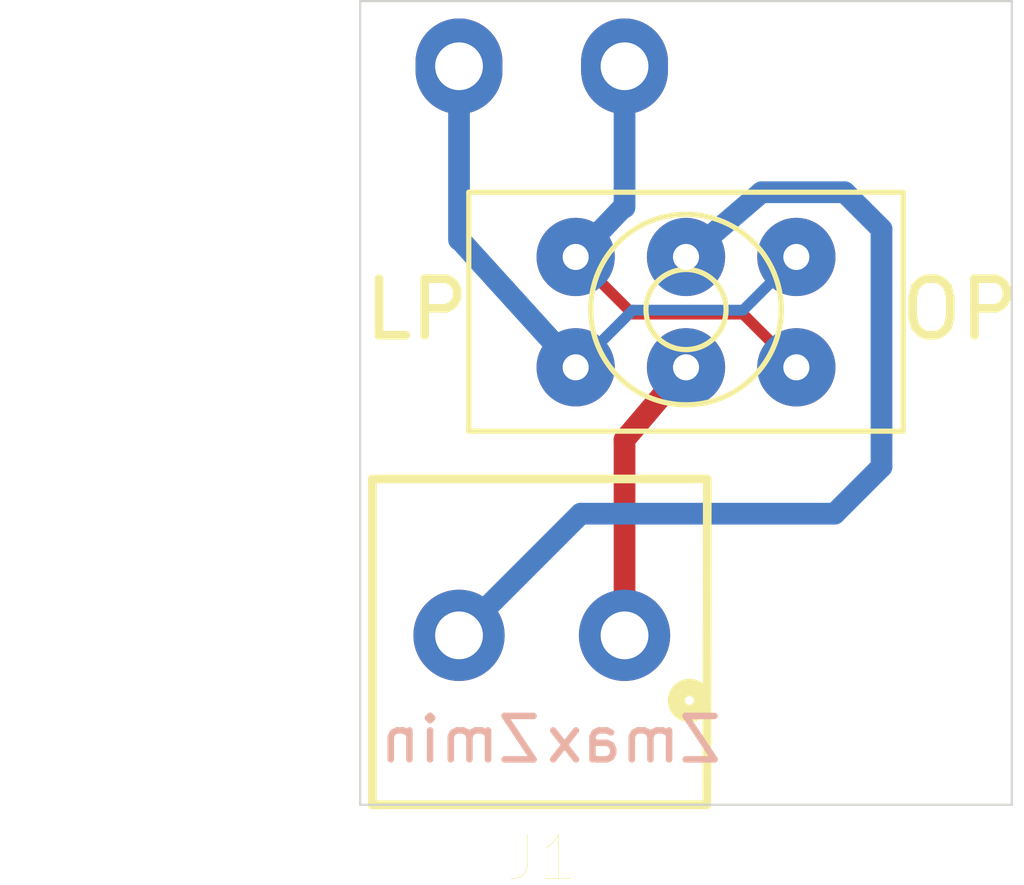
<source format=kicad_pcb>
(kicad_pcb (version 20171130) (host pcbnew "(5.1.4-0-10_14)")

  (general
    (thickness 1.6)
    (drawings 8)
    (tracks 19)
    (zones 0)
    (modules 3)
    (nets 5)
  )

  (page A4)
  (layers
    (0 F.Cu signal)
    (31 B.Cu signal)
    (32 B.Adhes user)
    (33 F.Adhes user)
    (34 B.Paste user)
    (35 F.Paste user)
    (36 B.SilkS user)
    (37 F.SilkS user)
    (38 B.Mask user)
    (39 F.Mask user)
    (40 Dwgs.User user)
    (41 Cmts.User user)
    (42 Eco1.User user)
    (43 Eco2.User user)
    (44 Edge.Cuts user)
    (45 Margin user)
    (46 B.CrtYd user)
    (47 F.CrtYd user)
    (48 B.Fab user)
    (49 F.Fab user)
  )

  (setup
    (last_trace_width 0.25)
    (user_trace_width 0.5)
    (user_trace_width 0.8)
    (trace_clearance 0.2)
    (zone_clearance 0.508)
    (zone_45_only no)
    (trace_min 0.2)
    (via_size 0.8)
    (via_drill 0.4)
    (via_min_size 0.4)
    (via_min_drill 0.3)
    (uvia_size 0.3)
    (uvia_drill 0.1)
    (uvias_allowed no)
    (uvia_min_size 0.2)
    (uvia_min_drill 0.1)
    (edge_width 0.05)
    (segment_width 0.2)
    (pcb_text_width 0.3)
    (pcb_text_size 1.5 1.5)
    (mod_edge_width 0.12)
    (mod_text_size 1 1)
    (mod_text_width 0.15)
    (pad_size 1.524 1.524)
    (pad_drill 0.762)
    (pad_to_mask_clearance 0.05)
    (aux_axis_origin 154.6 135.8)
    (grid_origin 121.4 90.8)
    (visible_elements FFFFFF7F)
    (pcbplotparams
      (layerselection 0x010fc_ffffffff)
      (usegerberextensions false)
      (usegerberattributes true)
      (usegerberadvancedattributes true)
      (creategerberjobfile true)
      (excludeedgelayer true)
      (linewidth 0.100000)
      (plotframeref false)
      (viasonmask false)
      (mode 1)
      (useauxorigin false)
      (hpglpennumber 1)
      (hpglpenspeed 20)
      (hpglpendiameter 15.000000)
      (psnegative false)
      (psa4output false)
      (plotreference true)
      (plotvalue true)
      (plotinvisibletext false)
      (padsonsilk false)
      (subtractmaskfromsilk false)
      (outputformat 1)
      (mirror false)
      (drillshape 1)
      (scaleselection 1)
      (outputdirectory ""))
  )

  (net 0 "")
  (net 1 "Net-(J2-Pad1)")
  (net 2 "Net-(J1-Pad2)")
  (net 3 "Net-(J1-Pad1)")
  (net 4 "Net-(J2-Pad2)")

  (net_class Default "This is the default net class."
    (clearance 0.2)
    (trace_width 0.25)
    (via_dia 0.8)
    (via_drill 0.4)
    (uvia_dia 0.3)
    (uvia_drill 0.1)
    (add_net "Net-(J1-Pad1)")
    (add_net "Net-(J1-Pad2)")
    (add_net "Net-(J2-Pad1)")
    (add_net "Net-(J2-Pad2)")
  )

  (module "BJW_Libraries:NKK G22 SPST Switch" (layer F.Cu) (tedit 5FF2082F) (tstamp 5FF200F6)
    (at 162.1 124.5)
    (path /5FF0E3A4)
    (fp_text reference SW1 (at 0.635 2.54) (layer F.SilkS) hide
      (effects (font (size 1 1) (thickness 0.15)))
    )
    (fp_text value SW_DPDT (at 0 1) (layer F.Fab)
      (effects (font (size 1 1) (thickness 0.15)))
    )
    (fp_circle (center 0 -0.1) (end 0.6 0.6) (layer F.SilkS) (width 0.12))
    (fp_circle (center 0 -0.1) (end 1.6 1.4) (layer F.SilkS) (width 0.12))
    (fp_line (start -5 -2.8) (end 5 -2.8) (layer F.SilkS) (width 0.12))
    (fp_line (start 5 -2.8) (end 5 2.7) (layer F.SilkS) (width 0.12))
    (fp_line (start 5 2.7) (end -5 2.7) (layer F.SilkS) (width 0.12))
    (fp_line (start -5 2.7) (end -5 -2.8) (layer F.SilkS) (width 0.12))
    (pad 6 thru_hole circle (at 2.54 1.23) (size 1.8 1.8) (drill 0.6) (layers *.Cu *.Mask)
      (net 1 "Net-(J2-Pad1)"))
    (pad 5 thru_hole circle (at 0 1.23) (size 1.8 1.8) (drill 0.6) (layers *.Cu *.Mask)
      (net 3 "Net-(J1-Pad1)"))
    (pad 4 thru_hole circle (at -2.54 1.23) (size 1.8 1.8) (drill 0.6) (layers *.Cu *.Mask)
      (net 4 "Net-(J2-Pad2)"))
    (pad 3 thru_hole circle (at 2.54 -1.31) (size 1.8 1.8) (drill 0.6) (layers *.Cu *.Mask)
      (net 4 "Net-(J2-Pad2)"))
    (pad 2 thru_hole circle (at 0 -1.31) (size 1.8 1.8) (drill 0.6) (layers *.Cu *.Mask)
      (net 2 "Net-(J1-Pad2)"))
    (pad 1 thru_hole circle (at -2.54 -1.31) (size 1.8 1.8) (drill 0.6) (layers *.Cu *.Mask)
      (net 1 "Net-(J2-Pad1)"))
    (model "${KIBJWLIB}/BJW-3dmodels/NKK G22AP.stp"
      (offset (xyz 0 0 5.3))
      (scale (xyz 1 1 1))
      (rotate (xyz -90 0 -90))
    )
  )

  (module BJW_Libraries:2_Pin_Header_.150 (layer F.Cu) (tedit 5FF2075F) (tstamp 5FAE1968)
    (at 158.78 118.8 180)
    (path /5FAD7D70)
    (fp_text reference J2 (at 0 2.6 180) (layer F.SilkS) hide
      (effects (font (size 1 1) (thickness 0.15)))
    )
    (fp_text value Conn_01x02_Male (at 0 -2.6 180) (layer F.Fab) hide
      (effects (font (size 1 1) (thickness 0.15)))
    )
    (fp_line (start -3.55 1.35) (end -3.55 -1.35) (layer F.CrtYd) (width 0.05))
    (fp_line (start 3.65 1.35) (end -3.55 1.35) (layer F.CrtYd) (width 0.05))
    (fp_line (start 3.65 -1.35) (end 3.65 1.35) (layer F.CrtYd) (width 0.05))
    (fp_line (start -3.55 -1.35) (end 3.65 -1.35) (layer F.CrtYd) (width 0.05))
    (pad 2 thru_hole oval (at 1.905 0 180) (size 2 2.2) (drill 1.1) (layers *.Cu *.Mask)
      (net 4 "Net-(J2-Pad2)"))
    (pad 1 thru_hole oval (at -1.905 0 180) (size 2 2.2) (drill 1.1) (layers *.Cu *.Mask)
      (net 1 "Net-(J2-Pad1)"))
  )

  (module BJW_Libraries:ScrewTerminal_.150_x2 (layer F.Cu) (tedit 5FF0EA64) (tstamp 5FAE1955)
    (at 158.78 131.9 180)
    (descr "<b>WR-TBL Serie 2433 - 3.81 mm Horizontal Entry Modular w. Rising Cage Clamp <br></b>Max Height =9.1mm , Pitch 3.81mm , 6 Pins")
    (path /5FADC05D)
    (fp_text reference J1 (at 0 -5.135) (layer F.SilkS)
      (effects (font (size 1 1) (thickness 0.015)))
    )
    (fp_text value Screw_Terminal_01x02 (at 4.12 4.865) (layer F.Fab)
      (effects (font (size 1 1) (thickness 0.015)))
    )
    (fp_circle (center -3.4 -1.5) (end -3.3 -1.5) (layer F.SilkS) (width 0.4))
    (fp_line (start -3.81 3.6) (end -3.8 -3.9) (layer F.SilkS) (width 0.2))
    (fp_line (start 3.9 3.6) (end -3.8 3.6) (layer F.SilkS) (width 0.2))
    (fp_line (start 3.9 -3.9) (end 3.9 3.6) (layer F.SilkS) (width 0.2))
    (fp_line (start -3.8 -3.9) (end 3.9 -3.9) (layer F.SilkS) (width 0.2))
    (fp_line (start 4.1 -3.8) (end 4.1 3.5) (layer F.Fab) (width 0.1))
    (fp_line (start -4 -3.8) (end -4 3.5) (layer F.Fab) (width 0.1))
    (fp_line (start -4 -3.8) (end 4.1 -3.8) (layer F.Fab) (width 0.1))
    (fp_line (start -4 3.5) (end 4.1 3.5) (layer F.Fab) (width 0.1))
    (pad 2 thru_hole circle (at 1.905 0 180) (size 2.1 2.1) (drill 1.1) (layers *.Cu *.Mask)
      (net 2 "Net-(J1-Pad2)"))
    (pad 1 thru_hole circle (at -1.905 0 180) (size 2.1 2.1) (drill 1.1) (layers *.Cu *.Mask)
      (net 3 "Net-(J1-Pad1)"))
  )

  (gr_text "OP\n" (at 168.4 124.4) (layer F.SilkS)
    (effects (font (size 1.3 1.3) (thickness 0.2)))
  )
  (gr_text LP (at 155.9 124.4) (layer F.SilkS)
    (effects (font (size 1.3 1.3) (thickness 0.2)))
  )
  (gr_line (start 169.6 117.3) (end 169.6 135.8) (layer Edge.Cuts) (width 0.05) (tstamp 5FAEB9A5))
  (gr_text Zmin (at 156.9 134.3) (layer B.SilkS)
    (effects (font (size 1 1) (thickness 0.15)) (justify mirror))
  )
  (gr_text Zmax (at 160.9 134.3) (layer B.SilkS)
    (effects (font (size 1 1) (thickness 0.15)) (justify mirror))
  )
  (gr_line (start 154.6 117.3) (end 169.6 117.3) (layer Edge.Cuts) (width 0.05))
  (gr_line (start 154.6 135.8) (end 154.6 117.3) (layer Edge.Cuts) (width 0.05))
  (gr_line (start 169.6 135.8) (end 154.6 135.8) (layer Edge.Cuts) (width 0.05))

  (segment (start 160.874999 124.504999) (end 163.414999 124.504999) (width 0.25) (layer F.Cu) (net 1))
  (segment (start 163.414999 124.504999) (end 164.64 125.73) (width 0.25) (layer F.Cu) (net 1))
  (segment (start 159.56 123.19) (end 160.874999 124.504999) (width 0.25) (layer F.Cu) (net 1))
  (segment (start 160.685 118.8) (end 160.685 122.05) (width 0.5) (layer B.Cu) (net 1))
  (segment (start 160.65 122.05) (end 159.56 123.19) (width 0.5) (layer B.Cu) (net 1))
  (segment (start 163.84 121.7) (end 162.1 123.19) (width 0.5) (layer B.Cu) (net 2))
  (segment (start 165.75 121.7) (end 163.84 121.7) (width 0.5) (layer B.Cu) (net 2))
  (segment (start 166.6 122.55) (end 165.75 121.7) (width 0.5) (layer B.Cu) (net 2))
  (segment (start 166.6 128.020002) (end 166.6 122.55) (width 0.5) (layer B.Cu) (net 2))
  (segment (start 165.520002 129.1) (end 166.6 128.020002) (width 0.5) (layer B.Cu) (net 2))
  (segment (start 159.675 129.1) (end 165.520002 129.1) (width 0.5) (layer B.Cu) (net 2))
  (segment (start 156.875 131.9) (end 159.675 129.1) (width 0.5) (layer B.Cu) (net 2))
  (segment (start 160.685 131.9) (end 160.685 127.395) (width 0.5) (layer F.Cu) (net 3))
  (segment (start 160.685 127.395) (end 162.1 125.73) (width 0.5) (layer F.Cu) (net 3))
  (segment (start 160.874999 124.415001) (end 159.56 125.73) (width 0.25) (layer B.Cu) (net 4))
  (segment (start 163.414999 124.415001) (end 160.874999 124.415001) (width 0.25) (layer B.Cu) (net 4))
  (segment (start 164.64 123.19) (end 163.414999 124.415001) (width 0.25) (layer B.Cu) (net 4))
  (segment (start 156.875 118.8) (end 156.875 122.795) (width 0.5) (layer B.Cu) (net 4))
  (segment (start 156.9 122.8) (end 159.56 125.73) (width 0.5) (layer B.Cu) (net 4))

)

</source>
